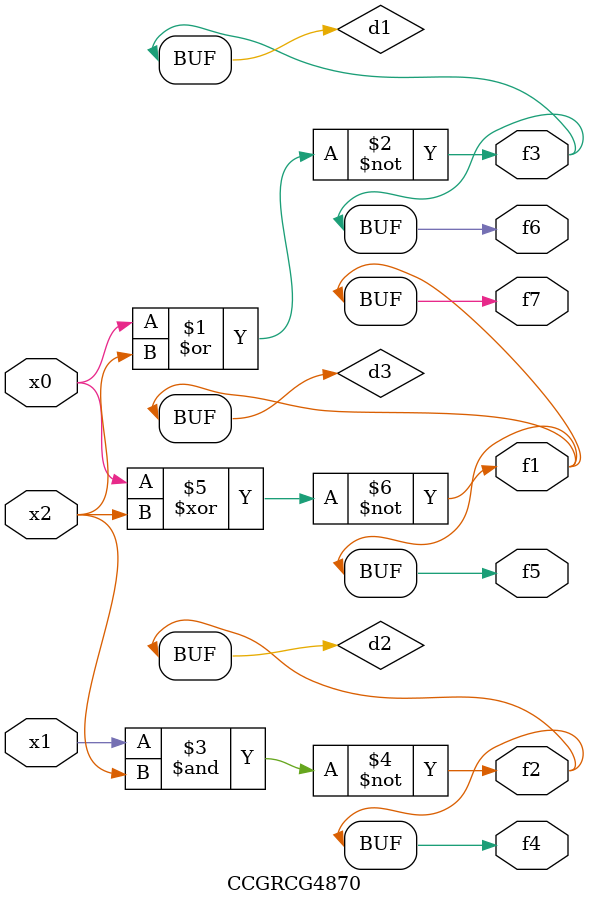
<source format=v>
module CCGRCG4870(
	input x0, x1, x2,
	output f1, f2, f3, f4, f5, f6, f7
);

	wire d1, d2, d3;

	nor (d1, x0, x2);
	nand (d2, x1, x2);
	xnor (d3, x0, x2);
	assign f1 = d3;
	assign f2 = d2;
	assign f3 = d1;
	assign f4 = d2;
	assign f5 = d3;
	assign f6 = d1;
	assign f7 = d3;
endmodule

</source>
